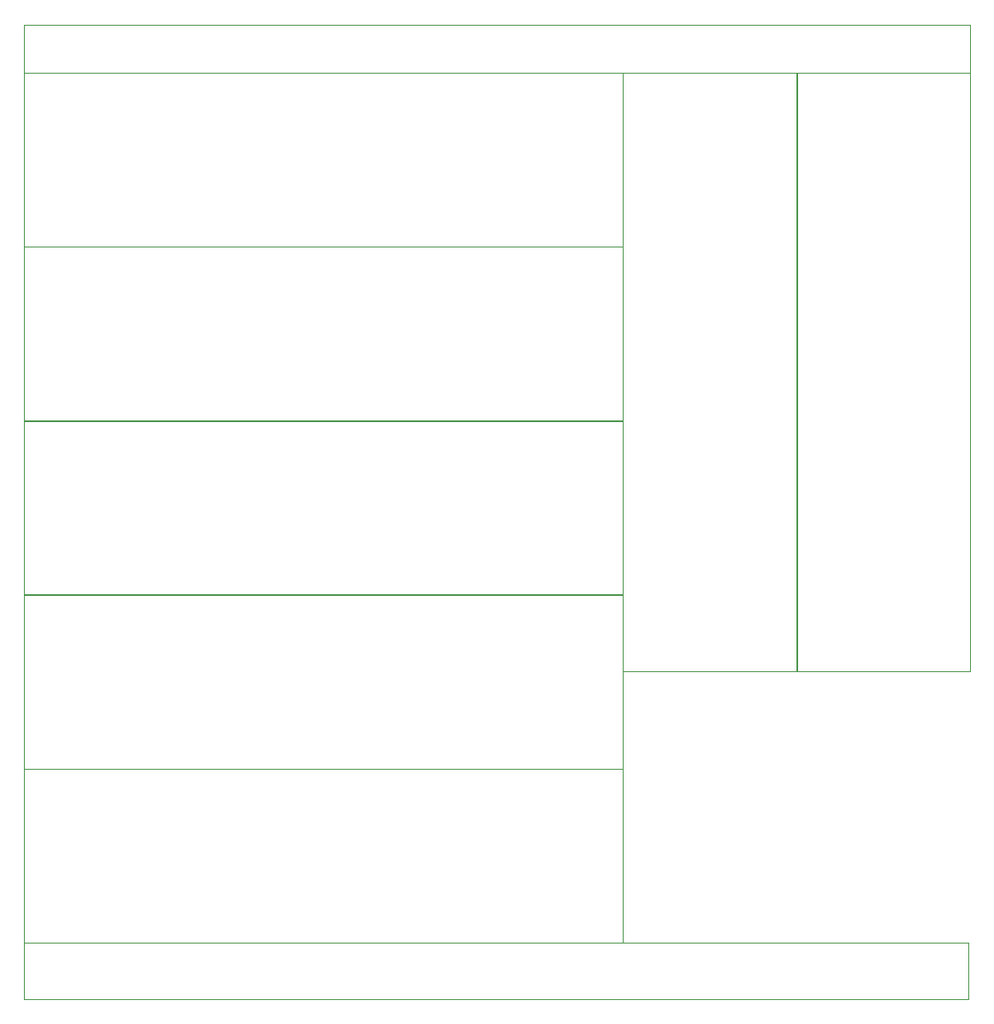
<source format=gbr>
%TF.GenerationSoftware,KiCad,Pcbnew,(6.0.1)*%
%TF.CreationDate,2022-05-21T12:22:48-05:00*%
%TF.ProjectId,modulo,6d6f6475-6c6f-42e6-9b69-6361645f7063,rev?*%
%TF.SameCoordinates,Original*%
%TF.FileFunction,Profile,NP*%
%FSLAX46Y46*%
G04 Gerber Fmt 4.6, Leading zero omitted, Abs format (unit mm)*
G04 Created by KiCad (PCBNEW (6.0.1)) date 2022-05-21 12:22:48*
%MOMM*%
%LPD*%
G01*
G04 APERTURE LIST*
%TA.AperFunction,Profile*%
%ADD10C,0.050000*%
%TD*%
G04 APERTURE END LIST*
D10*
X61620400Y-128219200D02*
X155122200Y-128219200D01*
X155122200Y-128219200D02*
X155122200Y-133810000D01*
X155122200Y-133810000D02*
X61620400Y-133810000D01*
X61620400Y-133810000D02*
X61620400Y-128219200D01*
X61645757Y-59385200D02*
X120878557Y-59385200D01*
X120878557Y-59385200D02*
X120878557Y-76555600D01*
X120878557Y-76555600D02*
X61645757Y-76555600D01*
X61645757Y-76555600D02*
X61645757Y-59385200D01*
X61645800Y-37436800D02*
X155300000Y-37436800D01*
X155300000Y-37436800D02*
X155300000Y-42164000D01*
X155300000Y-42164000D02*
X61645800Y-42164000D01*
X61645800Y-42164000D02*
X61645800Y-37436800D01*
X61620400Y-111048800D02*
X120853200Y-111048800D01*
X120853200Y-111048800D02*
X120853200Y-128219200D01*
X120853200Y-128219200D02*
X61620400Y-128219200D01*
X61620400Y-128219200D02*
X61620400Y-111048800D01*
X138128377Y-101400588D02*
X155298777Y-101400588D01*
X155298777Y-101400588D02*
X155298777Y-42167788D01*
X155298777Y-42167788D02*
X138128377Y-42167788D01*
X138128377Y-42167788D02*
X138128377Y-101400588D01*
X61620400Y-76607583D02*
X120853200Y-76607583D01*
X120853200Y-76607583D02*
X120853200Y-93777983D01*
X120853200Y-93777983D02*
X61620400Y-93777983D01*
X61620400Y-93777983D02*
X61620400Y-76607583D01*
X61620400Y-93827600D02*
X120853200Y-93827600D01*
X120853200Y-93827600D02*
X120853200Y-110998000D01*
X120853200Y-110998000D02*
X61620400Y-110998000D01*
X61620400Y-110998000D02*
X61620400Y-93827600D01*
X61645800Y-42164000D02*
X120878600Y-42164000D01*
X120878600Y-42164000D02*
X120878600Y-59334400D01*
X120878600Y-59334400D02*
X61645800Y-59334400D01*
X61645800Y-59334400D02*
X61645800Y-42164000D01*
X120904000Y-101396800D02*
X138074400Y-101396800D01*
X138074400Y-101396800D02*
X138074400Y-42164000D01*
X138074400Y-42164000D02*
X120904000Y-42164000D01*
X120904000Y-42164000D02*
X120904000Y-101396800D01*
M02*

</source>
